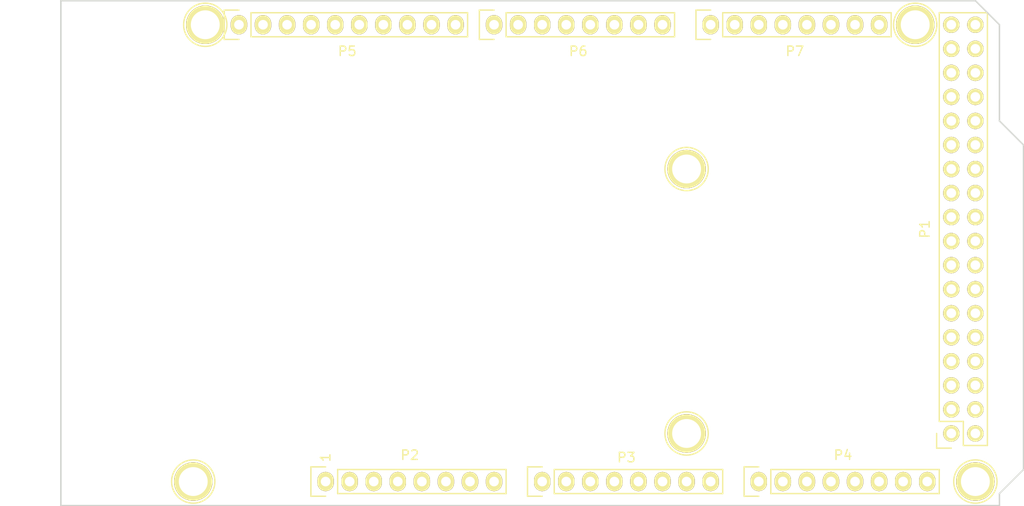
<source format=kicad_pcb>
(kicad_pcb (version 20221018) (generator pcbnew)
  (title_block (date "mar. 31 mars 2015"))
  (layers (0 "F.Cu" signal) (31 "B.Cu" signal) (34 "B.Paste" user) (35 "F.Paste" user) (36 "B.SilkS" user "B.Silkscreen") (37 "F.SilkS" user "F.Silkscreen") (38 "B.Mask" user) (39 "F.Mask" user) (44 "Edge.Cuts" user))
  (net 0 "")
  (net 1 "GND")
  (net 2 "/52(SCK)")
  (net 3 "/53(SS)")
  (net 4 "/50(MISO)")
  (net 5 "/51(MOSI)")
  (net 6 "/48")
  (net 7 "/49")
  (net 8 "/46")
  (net 9 "/47")
  (net 10 "/44")
  (net 11 "/45")
  (net 12 "/42")
  (net 13 "/43")
  (net 14 "/40")
  (net 15 "/41")
  (net 16 "/38")
  (net 17 "/39")
  (net 18 "/36")
  (net 19 "/37")
  (net 20 "/34")
  (net 21 "/35")
  (net 22 "/32")
  (net 23 "/33")
  (net 24 "/30")
  (net 25 "/31")
  (net 26 "/28")
  (net 27 "/29")
  (net 28 "/26")
  (net 29 "/27")
  (net 30 "/24")
  (net 31 "/25")
  (net 32 "/22")
  (net 33 "/23")
  (net 34 "+5V")
  (net 35 "/IOREF")
  (net 36 "/Reset")
  (net 37 "/Vin")
  (net 38 "/A0")
  (net 39 "/A1")
  (net 40 "/A2")
  (net 41 "/A3")
  (net 42 "/A4")
  (net 43 "/A5")
  (net 44 "/A6")
  (net 45 "/A7")
  (net 46 "/A8")
  (net 47 "/A9")
  (net 48 "/A10")
  (net 49 "/A11")
  (net 50 "/A12")
  (net 51 "/A13")
  (net 52 "/A14")
  (net 53 "/A15")
  (net 54 "/SCL")
  (net 55 "/SDA")
  (net 56 "/AREF")
  (net 57 "/13(**)")
  (net 58 "/12(**)")
  (net 59 "/11(**)")
  (net 60 "/10(**)")
  (net 61 "/9(**)")
  (net 62 "/8(**)")
  (net 63 "/7(**)")
  (net 64 "/6(**)")
  (net 65 "/5(**)")
  (net 66 "/4(**)")
  (net 67 "/3(**)")
  (net 68 "/2(**)")
  (net 69 "/20(SDA)")
  (net 70 "/21(SCL)")
  (net 71 "Net-(P8-Pad1)")
  (net 72 "Net-(P9-Pad1)")
  (net 73 "Net-(P10-Pad1)")
  (net 74 "Net-(P11-Pad1)")
  (net 75 "Net-(P12-Pad1)")
  (net 76 "Net-(P13-Pad1)")
  (net 77 "Net-(P2-Pad1)")
  (net 78 "+3V3")
  (net 79 "/1(Tx0)")
  (net 80 "/0(Rx0)")
  (net 81 "/14(Tx3)")
  (net 82 "/15(Rx3)")
  (net 83 "/16(Tx2)")
  (net 84 "/17(Rx2)")
  (net 85 "/18(Tx1)")
  (net 86 "/19(Rx1)")
  (footprint "Socket_Arduino_Mega:Socket_Strip_Arduino_2x18" (layer "F.Cu") (at 197.358 114.046 90)
    (fp_text reference "P1" (at 21.59 -2.794 90) (layer "F.SilkS"))
    (fp_text value "Digital")
    (fp_line (start -1.55 -1.55) (end -1.55 0) (stroke (width 0.15)) (layer "F.SilkS"))
    (fp_line (start -1.27 1.27) (end 1.27 1.27) (stroke (width 0.15)) (layer "F.SilkS"))
    (fp_line (start -1.27 3.81) (end -1.27 1.27) (stroke (width 0.15)) (layer "F.SilkS"))
    (fp_line (start -1.27 3.81) (end 44.45 3.81) (stroke (width 0.15)) (layer "F.SilkS"))
    (fp_line (start 0 -1.55) (end -1.55 -1.55) (stroke (width 0.15)) (layer "F.SilkS"))
    (fp_line (start 1.27 1.27) (end 1.27 -1.27) (stroke (width 0.15)) (layer "F.SilkS"))
    (fp_line (start 44.45 -1.27) (end 1.27 -1.27) (stroke (width 0.15)) (layer "F.SilkS"))
    (fp_line (start 44.45 3.81) (end 44.45 -1.27) (stroke (width 0.15)) (layer "F.SilkS"))
    (pad "1" thru_hole circle locked (at 0 0 90) (size 1.7272 1.7272) (drill 1.016) (layers "*.Cu" "*.Mask" "F.SilkS") (net 1 "GND"))
    (pad "2" thru_hole oval locked (at 0 2.54 90) (size 1.7272 1.7272) (drill 1.016) (layers "*.Cu" "*.Mask" "F.SilkS") (net 1 "GND"))
    (pad "3" thru_hole oval locked (at 2.54 0 90) (size 1.7272 1.7272) (drill 1.016) (layers "*.Cu" "*.Mask" "F.SilkS") (net 2 "/52(SCK)"))
    (pad "4" thru_hole oval locked (at 2.54 2.54 90) (size 1.7272 1.7272) (drill 1.016) (layers "*.Cu" "*.Mask" "F.SilkS") (net 3 "/53(SS)"))
    (pad "5" thru_hole oval locked (at 5.08 0 90) (size 1.7272 1.7272) (drill 1.016) (layers "*.Cu" "*.Mask" "F.SilkS") (net 4 "/50(MISO)"))
    (pad "6" thru_hole oval locked (at 5.08 2.54 90) (size 1.7272 1.7272) (drill 1.016) (layers "*.Cu" "*.Mask" "F.SilkS") (net 5 "/51(MOSI)"))
    (pad "7" thru_hole oval locked (at 7.62 0 90) (size 1.7272 1.7272) (drill 1.016) (layers "*.Cu" "*.Mask" "F.SilkS") (net 6 "/48"))
    (pad "8" thru_hole oval locked (at 7.62 2.54 90) (size 1.7272 1.7272) (drill 1.016) (layers "*.Cu" "*.Mask" "F.SilkS") (net 7 "/49"))
    (pad "9" thru_hole oval locked (at 10.16 0 90) (size 1.7272 1.7272) (drill 1.016) (layers "*.Cu" "*.Mask" "F.SilkS") (net 8 "/46"))
    (pad "10" thru_hole oval locked (at 10.16 2.54 90) (size 1.7272 1.7272) (drill 1.016) (layers "*.Cu" "*.Mask" "F.SilkS") (net 9 "/47"))
    (pad "11" thru_hole oval locked (at 12.7 0 90) (size 1.7272 1.7272) (drill 1.016) (layers "*.Cu" "*.Mask" "F.SilkS") (net 10 "/44"))
    (pad "12" thru_hole oval locked (at 12.7 2.54 90) (size 1.7272 1.7272) (drill 1.016) (layers "*.Cu" "*.Mask" "F.SilkS") (net 11 "/45"))
    (pad "13" thru_hole oval locked (at 15.24 0 90) (size 1.7272 1.7272) (drill 1.016) (layers "*.Cu" "*.Mask" "F.SilkS") (net 12 "/42"))
    (pad "14" thru_hole oval locked (at 15.24 2.54 90) (size 1.7272 1.7272) (drill 1.016) (layers "*.Cu" "*.Mask" "F.SilkS") (net 13 "/43"))
    (pad "15" thru_hole oval locked (at 17.78 0 90) (size 1.7272 1.7272) (drill 1.016) (layers "*.Cu" "*.Mask" "F.SilkS") (net 14 "/40"))
    (pad "16" thru_hole oval locked (at 17.78 2.54 90) (size 1.7272 1.7272) (drill 1.016) (layers "*.Cu" "*.Mask" "F.SilkS") (net 15 "/41"))
    (pad "17" thru_hole oval locked (at 20.32 0 90) (size 1.7272 1.7272) (drill 1.016) (layers "*.Cu" "*.Mask" "F.SilkS") (net 16 "/38"))
    (pad "18" thru_hole oval locked (at 20.32 2.54 90) (size 1.7272 1.7272) (drill 1.016) (layers "*.Cu" "*.Mask" "F.SilkS") (net 17 "/39"))
    (pad "19" thru_hole oval locked (at 22.86 0 90) (size 1.7272 1.7272) (drill 1.016) (layers "*.Cu" "*.Mask" "F.SilkS") (net 18 "/36"))
    (pad "20" thru_hole oval locked (at 22.86 2.54 90) (size 1.7272 1.7272) (drill 1.016) (layers "*.Cu" "*.Mask" "F.SilkS") (net 19 "/37"))
    (pad "21" thru_hole oval locked (at 25.4 0 90) (size 1.7272 1.7272) (drill 1.016) (layers "*.Cu" "*.Mask" "F.SilkS") (net 20 "/34"))
    (pad "22" thru_hole oval locked (at 25.4 2.54 90) (size 1.7272 1.7272) (drill 1.016) (layers "*.Cu" "*.Mask" "F.SilkS") (net 21 "/35"))
    (pad "23" thru_hole oval locked (at 27.94 0 90) (size 1.7272 1.7272) (drill 1.016) (layers "*.Cu" "*.Mask" "F.SilkS") (net 22 "/32"))
    (pad "24" thru_hole oval locked (at 27.94 2.54 90) (size 1.7272 1.7272) (drill 1.016) (layers "*.Cu" "*.Mask" "F.SilkS") (net 23 "/33"))
    (pad "25" thru_hole oval locked (at 30.48 0 90) (size 1.7272 1.7272) (drill 1.016) (layers "*.Cu" "*.Mask" "F.SilkS") (net 24 "/30"))
    (pad "26" thru_hole oval locked (at 30.48 2.54 90) (size 1.7272 1.7272) (drill 1.016) (layers "*.Cu" "*.Mask" "F.SilkS") (net 25 "/31"))
    (pad "27" thru_hole oval locked (at 33.02 0 90) (size 1.7272 1.7272) (drill 1.016) (layers "*.Cu" "*.Mask" "F.SilkS") (net 26 "/28"))
    (pad "28" thru_hole oval locked (at 33.02 2.54 90) (size 1.7272 1.7272) (drill 1.016) (layers "*.Cu" "*.Mask" "F.SilkS") (net 27 "/29"))
    (pad "29" thru_hole oval locked (at 35.56 0 90) (size 1.7272 1.7272) (drill 1.016) (layers "*.Cu" "*.Mask" "F.SilkS") (net 28 "/26"))
    (pad "30" thru_hole oval locked (at 35.56 2.54 90) (size 1.7272 1.7272) (drill 1.016) (layers "*.Cu" "*.Mask" "F.SilkS") (net 29 "/27"))
    (pad "31" thru_hole oval locked (at 38.1 0 90) (size 1.7272 1.7272) (drill 1.016) (layers "*.Cu" "*.Mask" "F.SilkS") (net 30 "/24"))
    (pad "32" thru_hole oval locked (at 38.1 2.54 90) (size 1.7272 1.7272) (drill 1.016) (layers "*.Cu" "*.Mask" "F.SilkS") (net 31 "/25"))
    (pad "33" thru_hole oval locked (at 40.64 0 90) (size 1.7272 1.7272) (drill 1.016) (layers "*.Cu" "*.Mask" "F.SilkS") (net 32 "/22"))
    (pad "34" thru_hole oval locked (at 40.64 2.54 90) (size 1.7272 1.7272) (drill 1.016) (layers "*.Cu" "*.Mask" "F.SilkS") (net 33 "/23"))
    (pad "35" thru_hole oval locked (at 43.18 0 90) (size 1.7272 1.7272) (drill 1.016) (layers "*.Cu" "*.Mask" "F.SilkS") (net 34 "+5V"))
    (pad "36" thru_hole oval locked (at 43.18 2.54 90) (size 1.7272 1.7272) (drill 1.016) (layers "*.Cu" "*.Mask" "F.SilkS") (net 34 "+5V"))
  )
  (footprint "Socket_Arduino_Mega:Socket_Strip_Arduino_1x08" (layer "F.Cu") (at 131.318 119.126)
    (fp_text reference "P2" (at 8.89 -2.794) (layer "F.SilkS"))
    (fp_text value "Power")
    (fp_line (start -1.55 -1.55) (end -1.55 1.55) (stroke (width 0.15)) (layer "F.SilkS"))
    (fp_line (start -1.55 1.55) (end 0 1.55) (stroke (width 0.15)) (layer "F.SilkS"))
    (fp_line (start 0 -1.55) (end -1.55 -1.55) (stroke (width 0.15)) (layer "F.SilkS"))
    (fp_line (start 1.27 1.27) (end 1.27 -1.27) (stroke (width 0.15)) (layer "F.SilkS"))
    (fp_line (start 1.27 1.27) (end 19.05 1.27) (stroke (width 0.15)) (layer "F.SilkS"))
    (fp_line (start 19.05 -1.27) (end 1.27 -1.27) (stroke (width 0.15)) (layer "F.SilkS"))
    (fp_line (start 19.05 1.27) (end 19.05 -1.27) (stroke (width 0.15)) (layer "F.SilkS"))
    (pad "1" thru_hole oval locked (at 0 0) (size 1.7272 2.032) (drill 1.016) (layers "*.Cu" "*.Mask" "F.SilkS") (net 77 "Net-(P2-Pad1)"))
    (pad "2" thru_hole oval locked (at 2.54 0) (size 1.7272 2.032) (drill 1.016) (layers "*.Cu" "*.Mask" "F.SilkS") (net 35 "/IOREF"))
    (pad "3" thru_hole oval locked (at 5.08 0) (size 1.7272 2.032) (drill 1.016) (layers "*.Cu" "*.Mask" "F.SilkS") (net 36 "/Reset"))
    (pad "4" thru_hole oval locked (at 7.62 0) (size 1.7272 2.032) (drill 1.016) (layers "*.Cu" "*.Mask" "F.SilkS") (net 78 "+3V3"))
    (pad "5" thru_hole oval locked (at 10.16 0) (size 1.7272 2.032) (drill 1.016) (layers "*.Cu" "*.Mask" "F.SilkS") (net 34 "+5V"))
    (pad "6" thru_hole oval locked (at 12.7 0) (size 1.7272 2.032) (drill 1.016) (layers "*.Cu" "*.Mask" "F.SilkS") (net 1 "GND"))
    (pad "7" thru_hole oval locked (at 15.24 0) (size 1.7272 2.032) (drill 1.016) (layers "*.Cu" "*.Mask" "F.SilkS") (net 1 "GND"))
    (pad "8" thru_hole oval locked (at 17.78 0) (size 1.7272 2.032) (drill 1.016) (layers "*.Cu" "*.Mask" "F.SilkS") (net 37 "/Vin"))
  )
  (footprint "Socket_Arduino_Mega:Socket_Strip_Arduino_1x08" (layer "F.Cu") (at 154.178 119.126)
    (fp_text reference "P3" (at 8.89 -2.54) (layer "F.SilkS"))
    (fp_text value "Analog")
    (fp_line (start -1.55 -1.55) (end -1.55 1.55) (stroke (width 0.15)) (layer "F.SilkS"))
    (fp_line (start -1.55 1.55) (end 0 1.55) (stroke (width 0.15)) (layer "F.SilkS"))
    (fp_line (start 0 -1.55) (end -1.55 -1.55) (stroke (width 0.15)) (layer "F.SilkS"))
    (fp_line (start 1.27 1.27) (end 1.27 -1.27) (stroke (width 0.15)) (layer "F.SilkS"))
    (fp_line (start 1.27 1.27) (end 19.05 1.27) (stroke (width 0.15)) (layer "F.SilkS"))
    (fp_line (start 19.05 -1.27) (end 1.27 -1.27) (stroke (width 0.15)) (layer "F.SilkS"))
    (fp_line (start 19.05 1.27) (end 19.05 -1.27) (stroke (width 0.15)) (layer "F.SilkS"))
    (pad "1" thru_hole oval locked (at 0 0) (size 1.7272 2.032) (drill 1.016) (layers "*.Cu" "*.Mask" "F.SilkS") (net 38 "/A0"))
    (pad "2" thru_hole oval locked (at 2.54 0) (size 1.7272 2.032) (drill 1.016) (layers "*.Cu" "*.Mask" "F.SilkS") (net 39 "/A1"))
    (pad "3" thru_hole oval locked (at 5.08 0) (size 1.7272 2.032) (drill 1.016) (layers "*.Cu" "*.Mask" "F.SilkS") (net 40 "/A2"))
    (pad "4" thru_hole oval locked (at 7.62 0) (size 1.7272 2.032) (drill 1.016) (layers "*.Cu" "*.Mask" "F.SilkS") (net 41 "/A3"))
    (pad "5" thru_hole oval locked (at 10.16 0) (size 1.7272 2.032) (drill 1.016) (layers "*.Cu" "*.Mask" "F.SilkS") (net 42 "/A4"))
    (pad "6" thru_hole oval locked (at 12.7 0) (size 1.7272 2.032) (drill 1.016) (layers "*.Cu" "*.Mask" "F.SilkS") (net 43 "/A5"))
    (pad "7" thru_hole oval locked (at 15.24 0) (size 1.7272 2.032) (drill 1.016) (layers "*.Cu" "*.Mask" "F.SilkS") (net 44 "/A6"))
    (pad "8" thru_hole oval locked (at 17.78 0) (size 1.7272 2.032) (drill 1.016) (layers "*.Cu" "*.Mask" "F.SilkS") (net 45 "/A7"))
  )
  (footprint "Socket_Arduino_Mega:Socket_Strip_Arduino_1x08" (layer "F.Cu") (at 177.038 119.126)
    (fp_text reference "P4" (at 8.89 -2.794) (layer "F.SilkS"))
    (fp_text value "Analog")
    (fp_line (start -1.55 -1.55) (end -1.55 1.55) (stroke (width 0.15)) (layer "F.SilkS"))
    (fp_line (start -1.55 1.55) (end 0 1.55) (stroke (width 0.15)) (layer "F.SilkS"))
    (fp_line (start 0 -1.55) (end -1.55 -1.55) (stroke (width 0.15)) (layer "F.SilkS"))
    (fp_line (start 1.27 1.27) (end 1.27 -1.27) (stroke (width 0.15)) (layer "F.SilkS"))
    (fp_line (start 1.27 1.27) (end 19.05 1.27) (stroke (width 0.15)) (layer "F.SilkS"))
    (fp_line (start 19.05 -1.27) (end 1.27 -1.27) (stroke (width 0.15)) (layer "F.SilkS"))
    (fp_line (start 19.05 1.27) (end 19.05 -1.27) (stroke (width 0.15)) (layer "F.SilkS"))
    (pad "1" thru_hole oval locked (at 0 0) (size 1.7272 2.032) (drill 1.016) (layers "*.Cu" "*.Mask" "F.SilkS") (net 46 "/A8"))
    (pad "2" thru_hole oval locked (at 2.54 0) (size 1.7272 2.032) (drill 1.016) (layers "*.Cu" "*.Mask" "F.SilkS") (net 47 "/A9"))
    (pad "3" thru_hole oval locked (at 5.08 0) (size 1.7272 2.032) (drill 1.016) (layers "*.Cu" "*.Mask" "F.SilkS") (net 48 "/A10"))
    (pad "4" thru_hole oval locked (at 7.62 0) (size 1.7272 2.032) (drill 1.016) (layers "*.Cu" "*.Mask" "F.SilkS") (net 49 "/A11"))
    (pad "5" thru_hole oval locked (at 10.16 0) (size 1.7272 2.032) (drill 1.016) (layers "*.Cu" "*.Mask" "F.SilkS") (net 50 "/A12"))
    (pad "6" thru_hole oval locked (at 12.7 0) (size 1.7272 2.032) (drill 1.016) (layers "*.Cu" "*.Mask" "F.SilkS") (net 51 "/A13"))
    (pad "7" thru_hole oval locked (at 15.24 0) (size 1.7272 2.032) (drill 1.016) (layers "*.Cu" "*.Mask" "F.SilkS") (net 52 "/A14"))
    (pad "8" thru_hole oval locked (at 17.78 0) (size 1.7272 2.032) (drill 1.016) (layers "*.Cu" "*.Mask" "F.SilkS") (net 53 "/A15"))
  )
  (footprint "Socket_Arduino_Mega:Socket_Strip_Arduino_1x10" (layer "F.Cu") (at 122.174 70.866)
    (fp_text reference "P5" (at 11.43 2.794) (layer "F.SilkS"))
    (fp_text value "PWM")
    (fp_line (start -1.55 -1.55) (end -1.55 1.55) (stroke (width 0.15)) (layer "F.SilkS"))
    (fp_line (start -1.55 1.55) (end 0 1.55) (stroke (width 0.15)) (layer "F.SilkS"))
    (fp_line (start 0 -1.55) (end -1.55 -1.55) (stroke (width 0.15)) (layer "F.SilkS"))
    (fp_line (start 1.27 1.27) (end 1.27 -1.27) (stroke (width 0.15)) (layer "F.SilkS"))
    (fp_line (start 1.27 1.27) (end 24.13 1.27) (stroke (width 0.15)) (layer "F.SilkS"))
    (fp_line (start 24.13 -1.27) (end 1.27 -1.27) (stroke (width 0.15)) (layer "F.SilkS"))
    (fp_line (start 24.13 1.27) (end 24.13 -1.27) (stroke (width 0.15)) (layer "F.SilkS"))
    (pad "1" thru_hole oval locked (at 0 0) (size 1.7272 2.032) (drill 1.016) (layers "*.Cu" "*.Mask" "F.SilkS") (net 54 "/SCL"))
    (pad "2" thru_hole oval locked (at 2.54 0) (size 1.7272 2.032) (drill 1.016) (layers "*.Cu" "*.Mask" "F.SilkS") (net 55 "/SDA"))
    (pad "3" thru_hole oval locked (at 5.08 0) (size 1.7272 2.032) (drill 1.016) (layers "*.Cu" "*.Mask" "F.SilkS") (net 56 "/AREF"))
    (pad "4" thru_hole oval locked (at 7.62 0) (size 1.7272 2.032) (drill 1.016) (layers "*.Cu" "*.Mask" "F.SilkS") (net 1 "GND"))
    (pad "5" thru_hole oval locked (at 10.16 0) (size 1.7272 2.032) (drill 1.016) (layers "*.Cu" "*.Mask" "F.SilkS") (net 57 "/13(**)"))
    (pad "6" thru_hole oval locked (at 12.7 0) (size 1.7272 2.032) (drill 1.016) (layers "*.Cu" "*.Mask" "F.SilkS") (net 58 "/12(**)"))
    (pad "7" thru_hole oval locked (at 15.24 0) (size 1.7272 2.032) (drill 1.016) (layers "*.Cu" "*.Mask" "F.SilkS") (net 59 "/11(**)"))
    (pad "8" thru_hole oval locked (at 17.78 0) (size 1.7272 2.032) (drill 1.016) (layers "*.Cu" "*.Mask" "F.SilkS") (net 60 "/10(**)"))
    (pad "9" thru_hole oval locked (at 20.32 0) (size 1.7272 2.032) (drill 1.016) (layers "*.Cu" "*.Mask" "F.SilkS") (net 61 "/9(**)"))
    (pad "10" thru_hole oval locked (at 22.86 0) (size 1.7272 2.032) (drill 1.016) (layers "*.Cu" "*.Mask" "F.SilkS") (net 62 "/8(**)"))
  )
  (footprint "Socket_Arduino_Mega:Socket_Strip_Arduino_1x08" (layer "F.Cu") (at 149.098 70.866)
    (fp_text reference "P6" (at 8.89 2.794) (layer "F.SilkS"))
    (fp_text value "PWM")
    (fp_line (start -1.55 -1.55) (end -1.55 1.55) (stroke (width 0.15)) (layer "F.SilkS"))
    (fp_line (start -1.55 1.55) (end 0 1.55) (stroke (width 0.15)) (layer "F.SilkS"))
    (fp_line (start 0 -1.55) (end -1.55 -1.55) (stroke (width 0.15)) (layer "F.SilkS"))
    (fp_line (start 1.27 1.27) (end 1.27 -1.27) (stroke (width 0.15)) (layer "F.SilkS"))
    (fp_line (start 1.27 1.27) (end 19.05 1.27) (stroke (width 0.15)) (layer "F.SilkS"))
    (fp_line (start 19.05 -1.27) (end 1.27 -1.27) (stroke (width 0.15)) (layer "F.SilkS"))
    (fp_line (start 19.05 1.27) (end 19.05 -1.27) (stroke (width 0.15)) (layer "F.SilkS"))
    (pad "1" thru_hole oval locked (at 0 0) (size 1.7272 2.032) (drill 1.016) (layers "*.Cu" "*.Mask" "F.SilkS") (net 63 "/7(**)"))
    (pad "2" thru_hole oval locked (at 2.54 0) (size 1.7272 2.032) (drill 1.016) (layers "*.Cu" "*.Mask" "F.SilkS") (net 64 "/6(**)"))
    (pad "3" thru_hole oval locked (at 5.08 0) (size 1.7272 2.032) (drill 1.016) (layers "*.Cu" "*.Mask" "F.SilkS") (net 65 "/5(**)"))
    (pad "4" thru_hole oval locked (at 7.62 0) (size 1.7272 2.032) (drill 1.016) (layers "*.Cu" "*.Mask" "F.SilkS") (net 66 "/4(**)"))
    (pad "5" thru_hole oval locked (at 10.16 0) (size 1.7272 2.032) (drill 1.016) (layers "*.Cu" "*.Mask" "F.SilkS") (net 67 "/3(**)"))
    (pad "6" thru_hole oval locked (at 12.7 0) (size 1.7272 2.032) (drill 1.016) (layers "*.Cu" "*.Mask" "F.SilkS") (net 68 "/2(**)"))
    (pad "7" thru_hole oval locked (at 15.24 0) (size 1.7272 2.032) (drill 1.016) (layers "*.Cu" "*.Mask" "F.SilkS") (net 79 "/1(Tx0)"))
    (pad "8" thru_hole oval locked (at 17.78 0) (size 1.7272 2.032) (drill 1.016) (layers "*.Cu" "*.Mask" "F.SilkS") (net 80 "/0(Rx0)"))
  )
  (footprint "Socket_Arduino_Mega:Socket_Strip_Arduino_1x08" (layer "F.Cu") (at 171.958 70.866)
    (fp_text reference "P7" (at 8.89 2.794) (layer "F.SilkS"))
    (fp_text value "Communication")
    (fp_line (start -1.55 -1.55) (end -1.55 1.55) (stroke (width 0.15)) (layer "F.SilkS"))
    (fp_line (start -1.55 1.55) (end 0 1.55) (stroke (width 0.15)) (layer "F.SilkS"))
    (fp_line (start 0 -1.55) (end -1.55 -1.55) (stroke (width 0.15)) (layer "F.SilkS"))
    (fp_line (start 1.27 1.27) (end 1.27 -1.27) (stroke (width 0.15)) (layer "F.SilkS"))
    (fp_line (start 1.27 1.27) (end 19.05 1.27) (stroke (width 0.15)) (layer "F.SilkS"))
    (fp_line (start 19.05 -1.27) (end 1.27 -1.27) (stroke (width 0.15)) (layer "F.SilkS"))
    (fp_line (start 19.05 1.27) (end 19.05 -1.27) (stroke (width 0.15)) (layer "F.SilkS"))
    (pad "1" thru_hole oval locked (at 0 0) (size 1.7272 2.032) (drill 1.016) (layers "*.Cu" "*.Mask" "F.SilkS") (net 81 "/14(Tx3)"))
    (pad "2" thru_hole oval locked (at 2.54 0) (size 1.7272 2.032) (drill 1.016) (layers "*.Cu" "*.Mask" "F.SilkS") (net 82 "/15(Rx3)"))
    (pad "3" thru_hole oval locked (at 5.08 0) (size 1.7272 2.032) (drill 1.016) (layers "*.Cu" "*.Mask" "F.SilkS") (net 83 "/16(Tx2)"))
    (pad "4" thru_hole oval locked (at 7.62 0) (size 1.7272 2.032) (drill 1.016) (layers "*.Cu" "*.Mask" "F.SilkS") (net 84 "/17(Rx2)"))
    (pad "5" thru_hole oval locked (at 10.16 0) (size 1.7272 2.032) (drill 1.016) (layers "*.Cu" "*.Mask" "F.SilkS") (net 85 "/18(Tx1)"))
    (pad "6" thru_hole oval locked (at 12.7 0) (size 1.7272 2.032) (drill 1.016) (layers "*.Cu" "*.Mask" "F.SilkS") (net 86 "/19(Rx1)"))
    (pad "7" thru_hole oval locked (at 15.24 0) (size 1.7272 2.032) (drill 1.016) (layers "*.Cu" "*.Mask" "F.SilkS") (net 69 "/20(SDA)"))
    (pad "8" thru_hole oval locked (at 17.78 0) (size 1.7272 2.032) (drill 1.016) (layers "*.Cu" "*.Mask" "F.SilkS") (net 70 "/21(SCL)"))
  )
  (footprint "Socket_Arduino_Mega:Arduino_1pin" (layer "F.Cu") (at 117.348 119.126)
    (fp_text reference "P8" hide)
    (fp_text value "CONN_01X01" hide)
    (fp_circle (center 0 0) (end 0 -2.286) (stroke (width 0.15)) (fill none) (layer "F.SilkS"))
    (pad "1" thru_hole circle locked (at 0 0) (size 4.064 4.064) (drill 3.048) (layers "*.Cu" "*.Mask" "F.SilkS") (net 71 "Net-(P8-Pad1)"))
  )
  (footprint "Socket_Arduino_Mega:Arduino_1pin" (layer "F.Cu") (at 169.418 114.046)
    (fp_text reference "P9" hide)
    (fp_text value "CONN_01X01" hide)
    (fp_circle (center 0 0) (end 0 -2.286) (stroke (width 0.15)) (fill none) (layer "F.SilkS"))
    (pad "1" thru_hole circle locked (at 0 0) (size 4.064 4.064) (drill 3.048) (layers "*.Cu" "*.Mask" "F.SilkS") (net 72 "Net-(P9-Pad1)"))
  )
  (footprint "Socket_Arduino_Mega:Arduino_1pin" (layer "F.Cu") (at 199.898 119.126)
    (fp_text reference "P10" hide)
    (fp_text value "CONN_01X01" hide)
    (fp_circle (center 0 0) (end 0 -2.286) (stroke (width 0.15)) (fill none) (layer "F.SilkS"))
    (pad "1" thru_hole circle locked (at 0 0) (size 4.064 4.064) (drill 3.048) (layers "*.Cu" "*.Mask" "F.SilkS") (net 73 "Net-(P10-Pad1)"))
  )
  (footprint "Socket_Arduino_Mega:Arduino_1pin" (layer "F.Cu") (at 118.618 70.866)
    (fp_text reference "P11" hide)
    (fp_text value "CONN_01X01" hide)
    (fp_circle (center 0 0) (end 0 -2.286) (stroke (width 0.15)) (fill none) (layer "F.SilkS"))
    (pad "1" thru_hole circle locked (at 0 0) (size 4.064 4.064) (drill 3.048) (layers "*.Cu" "*.Mask" "F.SilkS") (net 74 "Net-(P11-Pad1)"))
  )
  (footprint "Socket_Arduino_Mega:Arduino_1pin" (layer "F.Cu") (at 169.418 86.106)
    (fp_text reference "P12" hide)
    (fp_text value "CONN_01X01" hide)
    (fp_circle (center 0 0) (end 0 -2.286) (stroke (width 0.15)) (fill none) (layer "F.SilkS"))
    (pad "1" thru_hole circle locked (at 0 0) (size 4.064 4.064) (drill 3.048) (layers "*.Cu" "*.Mask" "F.SilkS") (net 75 "Net-(P12-Pad1)"))
  )
  (footprint "Socket_Arduino_Mega:Arduino_1pin" (layer "F.Cu") (at 193.548 70.866)
    (fp_text reference "P13" hide)
    (fp_text value "CONN_01X01" hide)
    (fp_circle (center 0 0) (end 0 -2.286) (stroke (width 0.15)) (fill none) (layer "F.SilkS"))
    (pad "1" thru_hole circle locked (at 0 0) (size 4.064 4.064) (drill 3.048) (layers "*.Cu" "*.Mask" "F.SilkS") (net 76 "Net-(P13-Pad1)"))
  )
  (gr_line (start 204.978 83.566) (end 204.978 117.856) (stroke (width 0.15)) (layer "Edge.Cuts"))
  (gr_line (start 204.978 117.856) (end 202.438 120.396) (stroke (width 0.15)) (layer "Edge.Cuts"))
  (gr_line (start 202.438 81.026) (end 204.978 83.566) (stroke (width 0.15)) (layer "Edge.Cuts"))
  (gr_line (start 103.378 68.326) (end 199.898 68.326) (stroke (width 0.15)) (layer "Edge.Cuts"))
  (gr_line (start 202.438 70.866) (end 202.438 81.026) (stroke (width 0.15)) (layer "Edge.Cuts"))
  (gr_line (start 202.438 120.396) (end 202.438 121.666) (stroke (width 0.15)) (layer "Edge.Cuts"))
  (gr_line (start 199.898 68.326) (end 202.438 70.866) (stroke (width 0.15)) (layer "Edge.Cuts"))
  (gr_line (start 202.438 121.666) (end 103.378 121.666) (stroke (width 0.15)) (layer "Edge.Cuts"))
  (gr_line (start 103.378 121.666) (end 103.378 68.326) (stroke (width 0.15)) (layer "Edge.Cuts"))
  (gr_text "1" (at 131.318 116.586 90) (layer "F.SilkS") (effects (font (size 1 1))))
)
</source>
